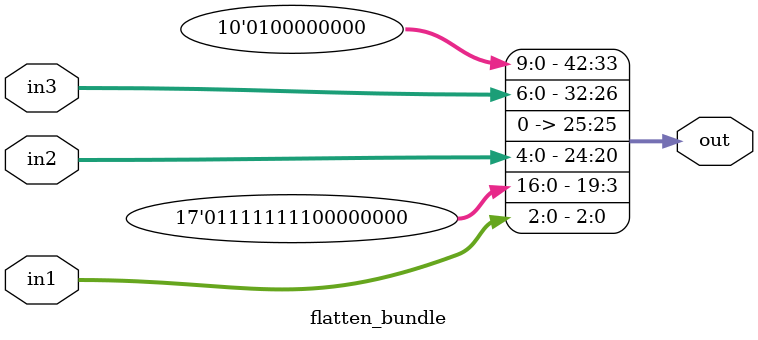
<source format=v>
module flatten_bundle(
   input signed [2:0] in1
  ,input [4:0] in2
  ,input signed [6:0] in3
  ,output reg signed [42:0] out
);

  assign out = {10'sh100, in3, {1'h0, in2}, 17'shff00, in1};

endmodule

</source>
